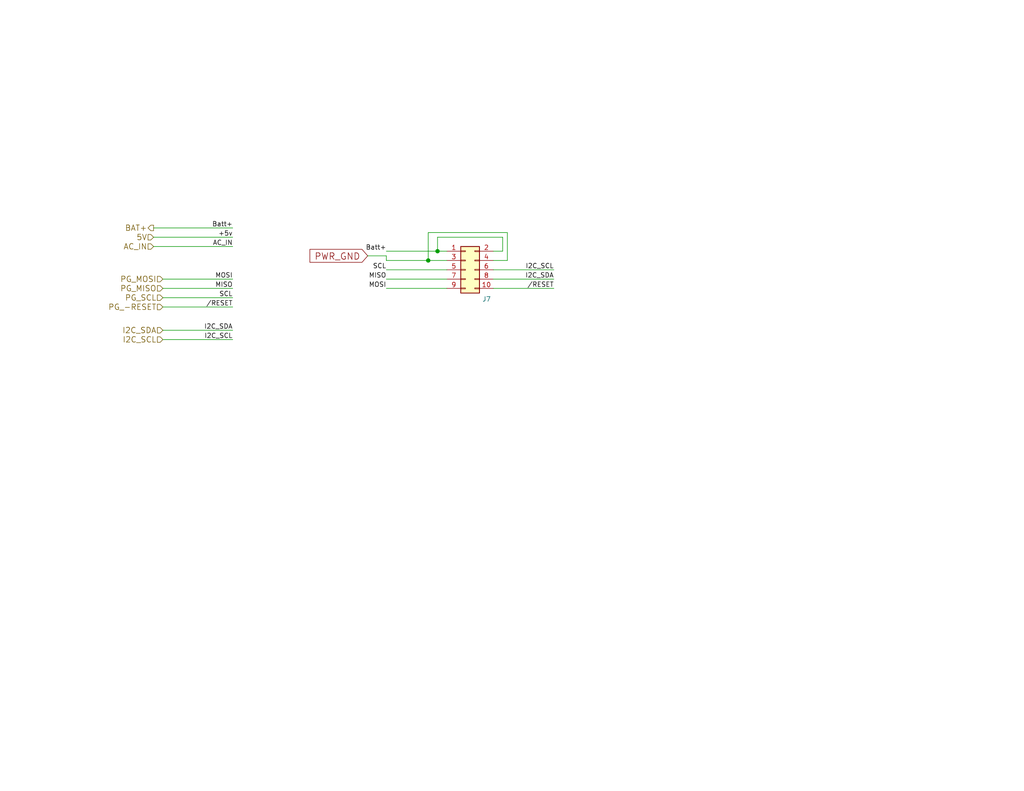
<source format=kicad_sch>
(kicad_sch (version 20210621) (generator eeschema)
  (paper "A")
  (title_block (title "ConnectBox HAT using RPi CM4") (date "2021-10-08") (rev "1.6.0") (comment 1 "JRA"))
  (lib_symbols
    (symbol "Connector_Generic:Conn_02x05_Odd_Even" (pin_names (offset 1.016) hide)
      (property "Reference" "J" (at 1.27 7.62 0))
      (property "Value" "Conn_02x05_Odd_Even" (at 1.27 -7.62 0))
      (symbol "Conn_02x05_Odd_Even_1_1"
        (rectangle (start -1.27 -4.953) (end 0 -5.207) (stroke (width 0.1524)))
        (rectangle (start -1.27 -2.413) (end 0 -2.667) (stroke (width 0.1524)))
        (rectangle (start -1.27 0.127) (end 0 -0.127) (stroke (width 0.1524)))
        (rectangle (start -1.27 2.667) (end 0 2.413) (stroke (width 0.1524)))
        (rectangle (start -1.27 5.207) (end 0 4.953) (stroke (width 0.1524)))
        (rectangle (start 3.81 -4.953) (end 2.54 -5.207) (stroke (width 0.1524)))
        (rectangle (start 3.81 -2.413) (end 2.54 -2.667) (stroke (width 0.1524)))
        (rectangle (start 3.81 0.127) (end 2.54 -0.127) (stroke (width 0.1524)))
        (rectangle (start 3.81 2.667) (end 2.54 2.413) (stroke (width 0.1524)))
        (rectangle (start 3.81 5.207) (end 2.54 4.953) (stroke (width 0.1524)))
        (rectangle (start -1.27 6.35) (end 3.81 -6.35) (stroke (width 0.254)) (fill (type background)))
        (pin passive line (at -5.08 5.08 0) (length 3.81) (name "Pin_1") (number "1"))
        (pin passive line (at 7.62 -5.08 180) (length 3.81) (name "Pin_10") (number "10"))
        (pin passive line (at 7.62 5.08 180) (length 3.81) (name "Pin_2") (number "2"))
        (pin passive line (at -5.08 2.54 0) (length 3.81) (name "Pin_3") (number "3"))
        (pin passive line (at 7.62 2.54 180) (length 3.81) (name "Pin_4") (number "4"))
        (pin passive line (at -5.08 0 0) (length 3.81) (name "Pin_5") (number "5"))
        (pin passive line (at 7.62 0 180) (length 3.81) (name "Pin_6") (number "6"))
        (pin passive line (at -5.08 -2.54 0) (length 3.81) (name "Pin_7") (number "7"))
        (pin passive line (at 7.62 -2.54 180) (length 3.81) (name "Pin_8") (number "8"))
        (pin passive line (at -5.08 -5.08 0) (length 3.81) (name "Pin_9") (number "9"))
      )
    )
  )
  (junction (at 116.84 71.12) (diameter 1.016))
  (junction (at 119.38 68.58) (diameter 1.016))
  (wire (pts (xy 41.91 62.23) (xy 63.5 62.23)))
  (wire (pts (xy 41.91 64.77) (xy 63.5 64.77)))
  (wire (pts (xy 41.91 67.31) (xy 63.5 67.31)))
  (wire (pts (xy 44.45 76.2) (xy 63.5 76.2)))
  (wire (pts (xy 44.45 78.74) (xy 63.5 78.74)))
  (wire (pts (xy 44.45 81.28) (xy 63.5 81.28)))
  (wire (pts (xy 44.45 83.82) (xy 63.5 83.82)))
  (wire (pts (xy 44.45 90.17) (xy 63.5 90.17)))
  (wire (pts (xy 44.45 92.71) (xy 63.5 92.71)))
  (wire (pts (xy 100.33 69.85) (xy 105.41 69.85)))
  (wire (pts (xy 105.41 68.58) (xy 119.38 68.58)))
  (wire (pts (xy 105.41 69.85) (xy 105.41 71.12)))
  (wire (pts (xy 105.41 71.12) (xy 116.84 71.12)))
  (wire (pts (xy 105.41 73.66) (xy 121.92 73.66)))
  (wire (pts (xy 105.41 76.2) (xy 121.92 76.2)))
  (wire (pts (xy 105.41 78.74) (xy 121.92 78.74)))
  (wire (pts (xy 116.84 63.5) (xy 138.43 63.5)))
  (wire (pts (xy 116.84 71.12) (xy 116.84 63.5)))
  (wire (pts (xy 116.84 71.12) (xy 121.92 71.12)))
  (wire (pts (xy 119.38 64.77) (xy 137.16 64.77)))
  (wire (pts (xy 119.38 68.58) (xy 119.38 64.77)))
  (wire (pts (xy 119.38 68.58) (xy 121.92 68.58)))
  (wire (pts (xy 134.62 73.66) (xy 151.13 73.66)))
  (wire (pts (xy 134.62 76.2) (xy 151.13 76.2)))
  (wire (pts (xy 134.62 78.74) (xy 151.13 78.74)))
  (wire (pts (xy 137.16 64.77) (xy 137.16 68.58)))
  (wire (pts (xy 137.16 68.58) (xy 134.62 68.58)))
  (wire (pts (xy 138.43 63.5) (xy 138.43 71.12)))
  (wire (pts (xy 138.43 71.12) (xy 134.62 71.12)))
  (label "Batt+" (at 63.5 62.23 180))
  (label "+5v" (at 63.5 64.77 180))
  (label "AC_IN" (at 63.5 67.31 180))
  (label "MOSI" (at 63.5 76.2 180))
  (label "MISO" (at 63.5 78.74 180))
  (label "SCL" (at 63.5 81.28 180))
  (label "{slash}RESET" (at 63.5 83.82 180))
  (label "I2C_SDA" (at 63.5 90.17 180))
  (label "I2C_SCL" (at 63.5 92.71 180))
  (label "Batt+" (at 105.41 68.58 180))
  (label "SCL" (at 105.41 73.66 180))
  (label "MISO" (at 105.41 76.2 180))
  (label "MOSI" (at 105.41 78.74 180))
  (label "I2C_SCL" (at 151.13 73.66 180))
  (label "I2C_SDA" (at 151.13 76.2 180))
  (label "{slash}RESET" (at 151.13 78.74 180))
  (global_label "PWR_GND" (shape input) (at 100.33 69.85 180) (effects (font (size 1.778 1.778))) (property "Intersheet References" "${INTERSHEET_REFS}" (effects hide)))
  (hierarchical_label "BAT+" (shape output) (at 41.91 62.23 180) (effects (font (size 1.524 1.524))))
  (hierarchical_label "5V" (shape input) (at 41.91 64.77 180) (effects (font (size 1.524 1.524))))
  (hierarchical_label "AC_IN" (shape input) (at 41.91 67.31 180) (effects (font (size 1.524 1.524))))
  (hierarchical_label "PG_MOSI" (shape input) (at 44.45 76.2 180) (effects (font (size 1.524 1.524))))
  (hierarchical_label "PG_MISO" (shape input) (at 44.45 78.74 180) (effects (font (size 1.524 1.524))))
  (hierarchical_label "PG_SCL" (shape input) (at 44.45 81.28 180) (effects (font (size 1.524 1.524))))
  (hierarchical_label "PG_-RESET" (shape input) (at 44.45 83.82 180) (effects (font (size 1.524 1.524))))
  (hierarchical_label "I2C_SDA" (shape input) (at 44.45 90.17 180) (effects (font (size 1.524 1.524))))
  (hierarchical_label "I2C_SCL" (shape input) (at 44.45 92.71 180) (effects (font (size 1.524 1.524))))
  (symbol (lib_id "Connector_Generic:Conn_02x05_Odd_Even") (at 127 73.66 0) (unit 1)
    (property "Reference" "J7" (at 131.5721 81.6685 0) (effects (justify left)))
    (property "Value" "Conn_02x05_Odd_Even" (effects hide))
    (property "Footprint" "Connector_PinHeader_2.54mm:PinHeader_2x05_P2.54mm_Vertical" (effects hide))
    (property "Manufacturer" "Sullins" (effects hide))
    (property "Manufacturer P/N" "NPPN052AFCN-RC" (effects hide))
    (property "Description" "10 Position Header Connector 0.079\" (2.00mm) Through Hole Gold" (effects hide))
    (property "DigiKey P/N" "S5750-05-ND" (effects hide))
    (property "Type" "Thru Hole" (effects hide))
  )
)
</source>
